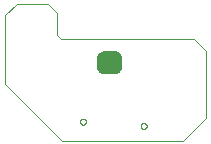
<source format=gko>
G75*
%MOIN*%
%OFA0B0*%
%FSLAX25Y25*%
%IPPOS*%
%LPD*%
%AMOC8*
5,1,8,0,0,1.08239X$1,22.5*
%
%ADD10C,0.00000*%
%ADD11C,0.00500*%
D10*
X0078559Y0095488D02*
X0059661Y0114386D01*
X0059661Y0137220D01*
X0063598Y0141157D01*
X0073835Y0141157D01*
X0076984Y0138008D01*
X0076984Y0130528D01*
X0078165Y0129346D01*
X0122654Y0129346D01*
X0126591Y0125409D01*
X0126591Y0102969D01*
X0119110Y0095488D01*
X0078559Y0095488D01*
X0084662Y0101787D02*
X0084664Y0101849D01*
X0084670Y0101912D01*
X0084680Y0101973D01*
X0084694Y0102034D01*
X0084711Y0102094D01*
X0084732Y0102153D01*
X0084758Y0102210D01*
X0084786Y0102265D01*
X0084818Y0102319D01*
X0084854Y0102370D01*
X0084892Y0102420D01*
X0084934Y0102466D01*
X0084978Y0102510D01*
X0085026Y0102551D01*
X0085075Y0102589D01*
X0085127Y0102623D01*
X0085181Y0102654D01*
X0085237Y0102682D01*
X0085295Y0102706D01*
X0085354Y0102727D01*
X0085414Y0102743D01*
X0085475Y0102756D01*
X0085537Y0102765D01*
X0085599Y0102770D01*
X0085662Y0102771D01*
X0085724Y0102768D01*
X0085786Y0102761D01*
X0085848Y0102750D01*
X0085908Y0102735D01*
X0085968Y0102717D01*
X0086026Y0102695D01*
X0086083Y0102669D01*
X0086138Y0102639D01*
X0086191Y0102606D01*
X0086242Y0102570D01*
X0086290Y0102531D01*
X0086336Y0102488D01*
X0086379Y0102443D01*
X0086419Y0102395D01*
X0086456Y0102345D01*
X0086490Y0102292D01*
X0086521Y0102238D01*
X0086547Y0102182D01*
X0086571Y0102124D01*
X0086590Y0102064D01*
X0086606Y0102004D01*
X0086618Y0101942D01*
X0086626Y0101881D01*
X0086630Y0101818D01*
X0086630Y0101756D01*
X0086626Y0101693D01*
X0086618Y0101632D01*
X0086606Y0101570D01*
X0086590Y0101510D01*
X0086571Y0101450D01*
X0086547Y0101392D01*
X0086521Y0101336D01*
X0086490Y0101282D01*
X0086456Y0101229D01*
X0086419Y0101179D01*
X0086379Y0101131D01*
X0086336Y0101086D01*
X0086290Y0101043D01*
X0086242Y0101004D01*
X0086191Y0100968D01*
X0086138Y0100935D01*
X0086083Y0100905D01*
X0086026Y0100879D01*
X0085968Y0100857D01*
X0085908Y0100839D01*
X0085848Y0100824D01*
X0085786Y0100813D01*
X0085724Y0100806D01*
X0085662Y0100803D01*
X0085599Y0100804D01*
X0085537Y0100809D01*
X0085475Y0100818D01*
X0085414Y0100831D01*
X0085354Y0100847D01*
X0085295Y0100868D01*
X0085237Y0100892D01*
X0085181Y0100920D01*
X0085127Y0100951D01*
X0085075Y0100985D01*
X0085026Y0101023D01*
X0084978Y0101064D01*
X0084934Y0101108D01*
X0084892Y0101154D01*
X0084854Y0101204D01*
X0084818Y0101255D01*
X0084786Y0101309D01*
X0084758Y0101364D01*
X0084732Y0101421D01*
X0084711Y0101480D01*
X0084694Y0101540D01*
X0084680Y0101601D01*
X0084670Y0101662D01*
X0084664Y0101725D01*
X0084662Y0101787D01*
X0104898Y0100370D02*
X0104900Y0100432D01*
X0104906Y0100495D01*
X0104916Y0100556D01*
X0104930Y0100617D01*
X0104947Y0100677D01*
X0104968Y0100736D01*
X0104994Y0100793D01*
X0105022Y0100848D01*
X0105054Y0100902D01*
X0105090Y0100953D01*
X0105128Y0101003D01*
X0105170Y0101049D01*
X0105214Y0101093D01*
X0105262Y0101134D01*
X0105311Y0101172D01*
X0105363Y0101206D01*
X0105417Y0101237D01*
X0105473Y0101265D01*
X0105531Y0101289D01*
X0105590Y0101310D01*
X0105650Y0101326D01*
X0105711Y0101339D01*
X0105773Y0101348D01*
X0105835Y0101353D01*
X0105898Y0101354D01*
X0105960Y0101351D01*
X0106022Y0101344D01*
X0106084Y0101333D01*
X0106144Y0101318D01*
X0106204Y0101300D01*
X0106262Y0101278D01*
X0106319Y0101252D01*
X0106374Y0101222D01*
X0106427Y0101189D01*
X0106478Y0101153D01*
X0106526Y0101114D01*
X0106572Y0101071D01*
X0106615Y0101026D01*
X0106655Y0100978D01*
X0106692Y0100928D01*
X0106726Y0100875D01*
X0106757Y0100821D01*
X0106783Y0100765D01*
X0106807Y0100707D01*
X0106826Y0100647D01*
X0106842Y0100587D01*
X0106854Y0100525D01*
X0106862Y0100464D01*
X0106866Y0100401D01*
X0106866Y0100339D01*
X0106862Y0100276D01*
X0106854Y0100215D01*
X0106842Y0100153D01*
X0106826Y0100093D01*
X0106807Y0100033D01*
X0106783Y0099975D01*
X0106757Y0099919D01*
X0106726Y0099865D01*
X0106692Y0099812D01*
X0106655Y0099762D01*
X0106615Y0099714D01*
X0106572Y0099669D01*
X0106526Y0099626D01*
X0106478Y0099587D01*
X0106427Y0099551D01*
X0106374Y0099518D01*
X0106319Y0099488D01*
X0106262Y0099462D01*
X0106204Y0099440D01*
X0106144Y0099422D01*
X0106084Y0099407D01*
X0106022Y0099396D01*
X0105960Y0099389D01*
X0105898Y0099386D01*
X0105835Y0099387D01*
X0105773Y0099392D01*
X0105711Y0099401D01*
X0105650Y0099414D01*
X0105590Y0099430D01*
X0105531Y0099451D01*
X0105473Y0099475D01*
X0105417Y0099503D01*
X0105363Y0099534D01*
X0105311Y0099568D01*
X0105262Y0099606D01*
X0105214Y0099647D01*
X0105170Y0099691D01*
X0105128Y0099737D01*
X0105090Y0099787D01*
X0105054Y0099838D01*
X0105022Y0099892D01*
X0104994Y0099947D01*
X0104968Y0100004D01*
X0104947Y0100063D01*
X0104930Y0100123D01*
X0104916Y0100184D01*
X0104906Y0100245D01*
X0104900Y0100308D01*
X0104898Y0100370D01*
D11*
X0097130Y0118124D02*
X0096714Y0117978D01*
X0096276Y0117929D01*
X0092732Y0117929D01*
X0092294Y0117978D01*
X0091878Y0118124D01*
X0091505Y0118359D01*
X0091193Y0118670D01*
X0090959Y0119044D01*
X0090813Y0119460D01*
X0090764Y0119898D01*
X0090764Y0123047D01*
X0090813Y0123485D01*
X0090959Y0123901D01*
X0091193Y0124275D01*
X0091505Y0124586D01*
X0091878Y0124821D01*
X0092294Y0124966D01*
X0092732Y0125016D01*
X0096276Y0125016D01*
X0096714Y0124966D01*
X0097130Y0124821D01*
X0097503Y0124586D01*
X0097815Y0124275D01*
X0098049Y0123901D01*
X0098195Y0123485D01*
X0098244Y0123047D01*
X0098244Y0119898D01*
X0098195Y0119460D01*
X0098049Y0119044D01*
X0097815Y0118670D01*
X0097503Y0118359D01*
X0097130Y0118124D01*
X0096799Y0118008D02*
X0092209Y0118008D01*
X0091357Y0118507D02*
X0097651Y0118507D01*
X0098025Y0119005D02*
X0090983Y0119005D01*
X0090808Y0119504D02*
X0098200Y0119504D01*
X0098244Y0120002D02*
X0090764Y0120002D01*
X0090764Y0120501D02*
X0098244Y0120501D01*
X0098244Y0120999D02*
X0090764Y0120999D01*
X0090764Y0121498D02*
X0098244Y0121498D01*
X0098244Y0121996D02*
X0090764Y0121996D01*
X0090764Y0122495D02*
X0098244Y0122495D01*
X0098244Y0122994D02*
X0090764Y0122994D01*
X0090816Y0123492D02*
X0098192Y0123492D01*
X0097993Y0123991D02*
X0091015Y0123991D01*
X0091408Y0124489D02*
X0097600Y0124489D01*
X0096526Y0124988D02*
X0092482Y0124988D01*
M02*

</source>
